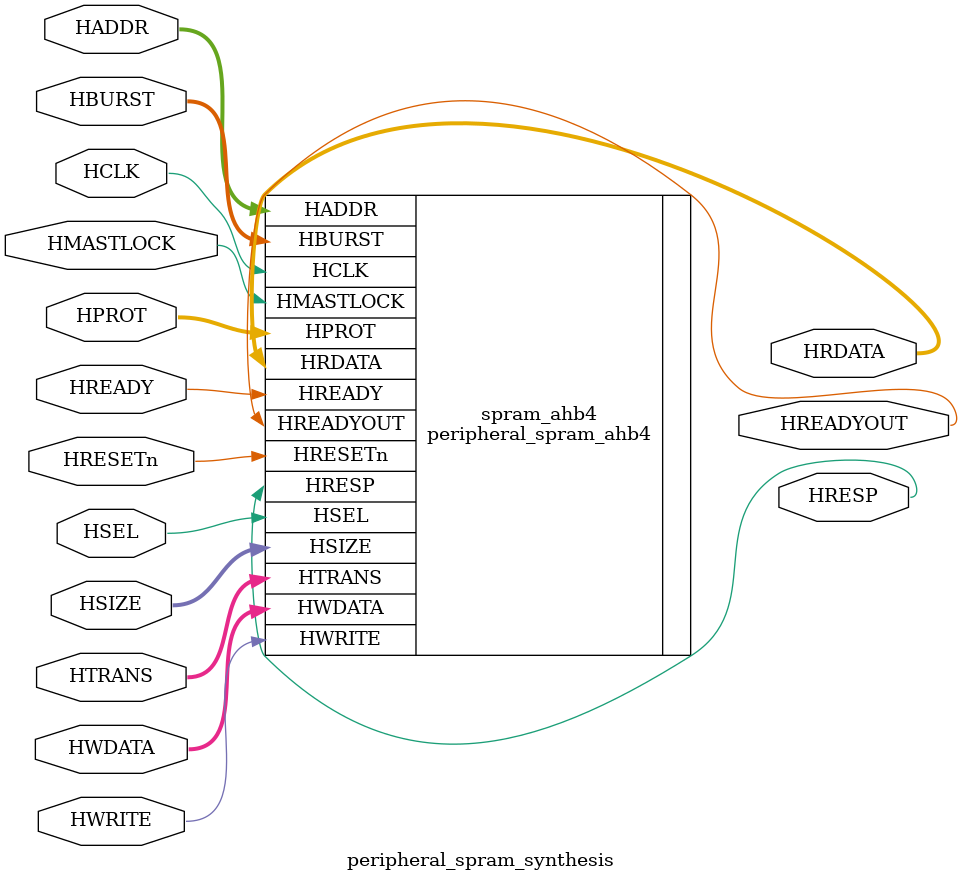
<source format=sv>

module peripheral_spram_synthesis #(
  parameter MEM_SIZE          = 256,        // Memory in Bytes
  parameter MEM_DEPTH         = 256,        // Memory depth
  parameter PLEN              = 8,
  parameter XLEN              = 32,
  parameter TECHNOLOGY        = "GENERIC",
  parameter REGISTERED_OUTPUT = "NO"
) (
  input HRESETn,
  input HCLK,

  input                 HSEL,
  input      [PLEN-1:0] HADDR,
  input      [XLEN-1:0] HWDATA,
  output reg [XLEN-1:0] HRDATA,
  input                 HWRITE,
  input      [     2:0] HSIZE,
  input      [     2:0] HBURST,
  input      [     3:0] HPROT,
  input      [     1:0] HTRANS,
  input                 HMASTLOCK,
  output reg            HREADYOUT,
  input                 HREADY,
  output                HRESP
);

  //////////////////////////////////////////////////////////////////////////////
  // Body
  //////////////////////////////////////////////////////////////////////////////

  // DUT AHB4
  peripheral_spram_ahb4 #(
    .MEM_SIZE         (MEM_SIZE),
    .MEM_DEPTH        (MEM_DEPTH),
    .PLEN             (PLEN),
    .XLEN             (XLEN),
    .TECHNOLOGY       (TECHNOLOGY),
    .REGISTERED_OUTPUT(REGISTERED_OUTPUT)
  ) spram_ahb4 (
    .HRESETn(HRESETn),
    .HCLK   (HCLK),

    .HSEL     (HSEL),
    .HADDR    (HADDR),
    .HWDATA   (HWDATA),
    .HRDATA   (HRDATA),
    .HWRITE   (HWRITE),
    .HSIZE    (HSIZE),
    .HBURST   (HBURST),
    .HPROT    (HPROT),
    .HTRANS   (HTRANS),
    .HMASTLOCK(HMASTLOCK),
    .HREADYOUT(HREADYOUT),
    .HREADY   (HREADY),
    .HRESP    (HRESP)
  );
endmodule

</source>
